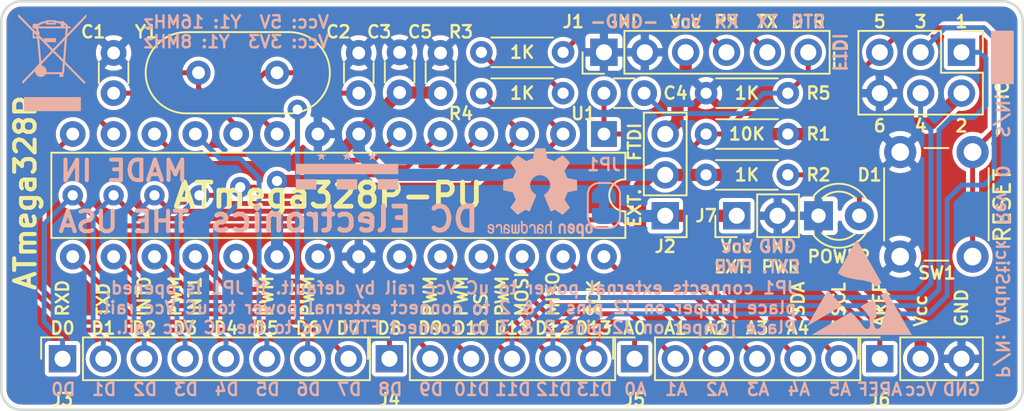
<source format=kicad_pcb>
(kicad_pcb (version 20171130) (host pcbnew 5.0.2-bee76a0~70~ubuntu16.04.1)
  (layers (0 F.Cu signal) (31 B.Cu jumper) (34 B.Paste user) (35 F.Paste user) (36 B.SilkS user) (37 F.SilkS user) (38 B.Mask user hide) (39 F.Mask user hide) (44 Edge.Cuts user))
  (net 0 "")
  (net 1 GND)
  (net 2 "Net-(C1-Pad2)")
  (net 3 "Net-(C2-Pad2)")
  (net 4 +5V)
  (net 5 /DTR)
  (net 6 /nRESET)
  (net 7 "Net-(D1-Pad2)")
  (net 8 /ARD_DIG12/SPI_MISO)
  (net 9 /ARD_DIG13/SPI_SCK)
  (net 10 /ARD_DIG11/SPI_MOSI)
  (net 11 /FTDI_+5V)
  (net 12 /SERIAL_RX)
  (net 13 /SERIAL_TX)
  (net 14 /POWER_IN_+5V)
  (net 15 /ARD_DIG0)
  (net 16 /ARD_DIG1)
  (net 17 /ARD_DIG2)
  (net 18 /ARD_DIG3)
  (net 19 /ARD_DIG4)
  (net 20 /ARD_DIG5)
  (net 21 /ARD_DIG6)
  (net 22 /ARD_DIG7)
  (net 23 /ARD_DIG10/SPI_SS)
  (net 24 /ARD_DIG8)
  (net 25 /ARD_DIG9)
  (net 26 /ARD_AN0)
  (net 27 /ARD_AN1)
  (net 28 /ARD_AN2)
  (net 29 /ARD_AN3)
  (net 30 /ARD_AN4/SDA)
  (net 31 /ARD_AN5/SCL)
  (net 32 /AREF)
  (module Capacitor_THT:C_Disc_D3.0mm_W1.6mm_P2.50mm (layer F.Cu) (at 125.73 105.45 270)
    (fp_text reference C1 (at -1.31 1.27) (layer F.SilkS) (effects (font (size 0.762 0.762) (thickness 0.1524))))
    (fp_text value 22pF)
    (pad 1 thru_hole circle (at 0 0 270) (size 1.6 1.6) (drill 0.8) (layers *.Cu *.Mask) (net 1 GND))
    (pad 2 thru_hole circle (at 2.5 0 270) (size 1.6 1.6) (drill 0.8) (layers *.Cu *.Mask) (net 2 "Net-(C1-Pad2)"))
  )
  (module Capacitor_THT:C_Disc_D3.0mm_W1.6mm_P2.50mm (layer F.Cu) (at 140.97 105.45 270)
    (fp_text reference C2 (at -1.31 1.27) (layer F.SilkS) (effects (font (size 0.762 0.762) (thickness 0.1524))))
    (fp_text value 22pF)
    (pad 2 thru_hole circle (at 2.5 0 270) (size 1.6 1.6) (drill 0.8) (layers *.Cu *.Mask) (net 3 "Net-(C2-Pad2)"))
    (pad 1 thru_hole circle (at 0 0 270) (size 1.6 1.6) (drill 0.8) (layers *.Cu *.Mask) (net 1 GND))
  )
  (module Capacitor_THT:C_Disc_D3.0mm_W1.6mm_P2.50mm (layer F.Cu) (at 143.51 107.91 90)
    (fp_text reference C3 (at 3.77 -1.27 180) (layer F.SilkS) (effects (font (size 0.762 0.762) (thickness 0.1524))))
    (fp_text value 100nF)
    (pad 1 thru_hole circle (at 0 0 90) (size 1.6 1.6) (drill 0.8) (layers *.Cu *.Mask) (net 4 +5V))
    (pad 2 thru_hole circle (at 2.5 0 90) (size 1.6 1.6) (drill 0.8) (layers *.Cu *.Mask) (net 1 GND))
  )
  (module Capacitor_THT:C_Disc_D3.0mm_W1.6mm_P2.50mm (layer F.Cu) (at 156.21 107.95)
    (fp_text reference C4 (at 4.445 0) (layer F.SilkS) (effects (font (size 0.762 0.762) (thickness 0.1524))))
    (fp_text value 100nF)
    (pad 2 thru_hole circle (at 2.5 0) (size 1.6 1.6) (drill 0.8) (layers *.Cu *.Mask) (net 5 /DTR))
    (pad 1 thru_hole circle (at 0 0) (size 1.6 1.6) (drill 0.8) (layers *.Cu *.Mask) (net 6 /nRESET))
  )
  (module Capacitor_THT:C_Disc_D3.0mm_W1.6mm_P2.50mm (layer F.Cu) (at 146.05 107.95 90)
    (fp_text reference C5 (at 3.81 -1.27 180) (layer F.SilkS) (effects (font (size 0.762 0.762) (thickness 0.1524))))
    (fp_text value 100nF)
    (pad 1 thru_hole circle (at 0 0 90) (size 1.6 1.6) (drill 0.8) (layers *.Cu *.Mask) (net 4 +5V))
    (pad 2 thru_hole circle (at 2.5 0 90) (size 1.6 1.6) (drill 0.8) (layers *.Cu *.Mask) (net 1 GND))
  )
  (module LED_THT:LED_D3.0mm (layer F.Cu) (at 169.545 115.57)
    (fp_text reference D1 (at 3.175 -2.54) (layer F.SilkS) (effects (font (size 0.762 0.762) (thickness 0.1524))))
    (fp_text value LED)
    (pad 2 thru_hole circle (at 2.54 0) (size 1.8 1.8) (drill 0.9) (layers *.Cu *.Mask) (net 7 "Net-(D1-Pad2)"))
    (pad 1 thru_hole rect (at 0 0) (size 1.8 1.8) (drill 0.9) (layers *.Cu *.Mask) (net 1 GND))
  )
  (module Connector_PinHeader_2.54mm:PinHeader_2x03_P2.54mm_Vertical (layer F.Cu) (at 178.435 105.41 270)
    (fp_text reference ICSP1 (at 1.27 -2.54 270) (layer F.SilkS) (effects (font (size 0.762 0.762) (thickness 0.1524))))
    (fp_text value Conn_02x03_Odd_Even)
    (pad 1 thru_hole rect (at 0 0 270) (size 1.7 1.7) (drill 1) (layers *.Cu *.Mask) (net 8 /ARD_DIG12/SPI_MISO))
    (pad 2 thru_hole oval (at 2.54 0 270) (size 1.7 1.7) (drill 1) (layers *.Cu *.Mask) (net 4 +5V))
    (pad 3 thru_hole oval (at 0 2.54 270) (size 1.7 1.7) (drill 1) (layers *.Cu *.Mask) (net 9 /ARD_DIG13/SPI_SCK))
    (pad 4 thru_hole oval (at 2.54 2.54 270) (size 1.7 1.7) (drill 1) (layers *.Cu *.Mask) (net 10 /ARD_DIG11/SPI_MOSI))
    (pad 5 thru_hole oval (at 0 5.08 270) (size 1.7 1.7) (drill 1) (layers *.Cu *.Mask) (net 6 /nRESET))
    (pad 6 thru_hole oval (at 2.54 5.08 270) (size 1.7 1.7) (drill 1) (layers *.Cu *.Mask) (net 1 GND))
  )
  (module Connector_PinHeader_2.54mm:PinHeader_1x06_P2.54mm_Vertical (layer F.Cu) (at 156.21 105.41 90)
    (fp_text reference J1 (at 1.905 -1.905 180) (layer F.SilkS) (effects (font (size 0.762 0.762) (thickness 0.1524))))
    (fp_text value Conn_01x06_Male)
    (pad 1 thru_hole rect (at 0 0 90) (size 1.7 1.7) (drill 1) (layers *.Cu *.Mask) (net 1 GND))
    (pad 2 thru_hole oval (at 0 2.54 90) (size 1.7 1.7) (drill 1) (layers *.Cu *.Mask) (net 1 GND))
    (pad 3 thru_hole oval (at 0 5.08 90) (size 1.7 1.7) (drill 1) (layers *.Cu *.Mask) (net 11 /FTDI_+5V))
    (pad 4 thru_hole oval (at 0 7.62 90) (size 1.7 1.7) (drill 1) (layers *.Cu *.Mask) (net 12 /SERIAL_RX))
    (pad 5 thru_hole oval (at 0 10.16 90) (size 1.7 1.7) (drill 1) (layers *.Cu *.Mask) (net 13 /SERIAL_TX))
    (pad 6 thru_hole oval (at 0 12.7 90) (size 1.7 1.7) (drill 1) (layers *.Cu *.Mask) (net 5 /DTR))
  )
  (module Connector_PinHeader_2.54mm:PinHeader_1x03_P2.54mm_Vertical (layer F.Cu) (at 160.02 115.57 180)
    (fp_text reference J2 (at 0 -1.905 180) (layer F.SilkS) (effects (font (size 0.762 0.762) (thickness 0.1524))))
    (fp_text value Conn_01x03_Male)
    (pad 1 thru_hole rect (at 0 0 180) (size 1.7 1.7) (drill 1) (layers *.Cu *.Mask) (net 14 /POWER_IN_+5V))
    (pad 2 thru_hole oval (at 0 2.54 180) (size 1.7 1.7) (drill 1) (layers *.Cu *.Mask) (net 4 +5V))
    (pad 3 thru_hole oval (at 0 5.08 180) (size 1.7 1.7) (drill 1) (layers *.Cu *.Mask) (net 11 /FTDI_+5V))
  )
  (module Connector_PinSocket_2.54mm:PinSocket_1x08_P2.54mm_Vertical (layer F.Cu) (at 122.555 124.46 90)
    (fp_text reference J3 (at -2.54 0 180) (layer F.SilkS) (effects (font (size 0.762 0.762) (thickness 0.1524))))
    (fp_text value Conn_01x08_Female)
    (pad 1 thru_hole rect (at 0 0 90) (size 1.7 1.7) (drill 1) (layers *.Cu *.Mask) (net 15 /ARD_DIG0))
    (pad 2 thru_hole oval (at 0 2.54 90) (size 1.7 1.7) (drill 1) (layers *.Cu *.Mask) (net 16 /ARD_DIG1))
    (pad 3 thru_hole oval (at 0 5.08 90) (size 1.7 1.7) (drill 1) (layers *.Cu *.Mask) (net 17 /ARD_DIG2))
    (pad 4 thru_hole oval (at 0 7.62 90) (size 1.7 1.7) (drill 1) (layers *.Cu *.Mask) (net 18 /ARD_DIG3))
    (pad 5 thru_hole oval (at 0 10.16 90) (size 1.7 1.7) (drill 1) (layers *.Cu *.Mask) (net 19 /ARD_DIG4))
    (pad 6 thru_hole oval (at 0 12.7 90) (size 1.7 1.7) (drill 1) (layers *.Cu *.Mask) (net 20 /ARD_DIG5))
    (pad 7 thru_hole oval (at 0 15.24 90) (size 1.7 1.7) (drill 1) (layers *.Cu *.Mask) (net 21 /ARD_DIG6))
    (pad 8 thru_hole oval (at 0 17.78 90) (size 1.7 1.7) (drill 1) (layers *.Cu *.Mask) (net 22 /ARD_DIG7))
  )
  (module Connector_PinSocket_2.54mm:PinSocket_1x06_P2.54mm_Vertical (layer F.Cu) (at 142.875 124.46 90)
    (fp_text reference J4 (at -2.54 0 180) (layer F.SilkS) (effects (font (size 0.762 0.762) (thickness 0.1524))))
    (fp_text value Conn_01x06_Female)
    (pad 6 thru_hole oval (at 0 12.7 90) (size 1.7 1.7) (drill 1) (layers *.Cu *.Mask) (net 9 /ARD_DIG13/SPI_SCK))
    (pad 5 thru_hole oval (at 0 10.16 90) (size 1.7 1.7) (drill 1) (layers *.Cu *.Mask) (net 8 /ARD_DIG12/SPI_MISO))
    (pad 4 thru_hole oval (at 0 7.62 90) (size 1.7 1.7) (drill 1) (layers *.Cu *.Mask) (net 10 /ARD_DIG11/SPI_MOSI))
    (pad 3 thru_hole oval (at 0 5.08 90) (size 1.7 1.7) (drill 1) (layers *.Cu *.Mask) (net 23 /ARD_DIG10/SPI_SS))
    (pad 2 thru_hole oval (at 0 2.54 90) (size 1.7 1.7) (drill 1) (layers *.Cu *.Mask) (net 24 /ARD_DIG8))
    (pad 1 thru_hole rect (at 0 0 90) (size 1.7 1.7) (drill 1) (layers *.Cu *.Mask) (net 25 /ARD_DIG9))
  )
  (module Connector_PinSocket_2.54mm:PinSocket_1x06_P2.54mm_Vertical (layer F.Cu) (at 158.115 124.46 90)
    (fp_text reference J5 (at -2.54 0 180) (layer F.SilkS) (effects (font (size 0.762 0.762) (thickness 0.1524))))
    (fp_text value Conn_01x06_Female)
    (pad 1 thru_hole rect (at 0 0 90) (size 1.7 1.7) (drill 1) (layers *.Cu *.Mask) (net 26 /ARD_AN0))
    (pad 2 thru_hole oval (at 0 2.54 90) (size 1.7 1.7) (drill 1) (layers *.Cu *.Mask) (net 27 /ARD_AN1))
    (pad 3 thru_hole oval (at 0 5.08 90) (size 1.7 1.7) (drill 1) (layers *.Cu *.Mask) (net 28 /ARD_AN2))
    (pad 4 thru_hole oval (at 0 7.62 90) (size 1.7 1.7) (drill 1) (layers *.Cu *.Mask) (net 29 /ARD_AN3))
    (pad 5 thru_hole oval (at 0 10.16 90) (size 1.7 1.7) (drill 1) (layers *.Cu *.Mask) (net 30 /ARD_AN4/SDA))
    (pad 6 thru_hole oval (at 0 12.7 90) (size 1.7 1.7) (drill 1) (layers *.Cu *.Mask) (net 31 /ARD_AN5/SCL))
  )
  (module Connector_PinSocket_2.54mm:PinSocket_1x03_P2.54mm_Vertical (layer F.Cu) (at 173.355 124.46 90)
    (fp_text reference J6 (at -2.54 0 180) (layer F.SilkS) (effects (font (size 0.762 0.762) (thickness 0.1524))))
    (fp_text value Conn_01x03_Female)
    (pad 1 thru_hole rect (at 0 0 90) (size 1.7 1.7) (drill 1) (layers *.Cu *.Mask) (net 32 /AREF))
    (pad 2 thru_hole oval (at 0 2.54 90) (size 1.7 1.7) (drill 1) (layers *.Cu *.Mask) (net 4 +5V))
    (pad 3 thru_hole oval (at 0 5.08 90) (size 1.7 1.7) (drill 1) (layers *.Cu *.Mask) (net 1 GND))
  )
  (module Resistor_THT:R_Axial_DIN0204_L3.6mm_D1.6mm_P5.08mm_Horizontal (layer F.Cu) (at 162.56 110.49)
    (fp_text reference R1 (at 6.985 0) (layer F.SilkS) (effects (font (size 0.762 0.762) (thickness 0.1524))))
    (fp_text value 10K)
    (pad 1 thru_hole circle (at 0 0) (size 1.4 1.4) (drill 0.7) (layers *.Cu *.Mask) (net 6 /nRESET))
    (pad 2 thru_hole oval (at 5.08 0) (size 1.4 1.4) (drill 0.7) (layers *.Cu *.Mask) (net 4 +5V))
  )
  (module Resistor_THT:R_Axial_DIN0204_L3.6mm_D1.6mm_P5.08mm_Horizontal (layer F.Cu) (at 167.64 113.03 180)
    (fp_text reference R2 (at -1.905 0 180) (layer F.SilkS) (effects (font (size 0.762 0.762) (thickness 0.1524))))
    (fp_text value 1K)
    (pad 2 thru_hole oval (at 5.08 0 180) (size 1.4 1.4) (drill 0.7) (layers *.Cu *.Mask) (net 4 +5V))
    (pad 1 thru_hole circle (at 0 0 180) (size 1.4 1.4) (drill 0.7) (layers *.Cu *.Mask) (net 7 "Net-(D1-Pad2)"))
  )
  (module Resistor_THT:R_Axial_DIN0204_L3.6mm_D1.6mm_P5.08mm_Horizontal (layer F.Cu) (at 153.67 105.41 180)
    (fp_text reference R3 (at 6.35 1.27 180) (layer F.SilkS) (effects (font (size 0.762 0.762) (thickness 0.1524))))
    (fp_text value 1K)
    (pad 2 thru_hole oval (at 5.08 0 180) (size 1.4 1.4) (drill 0.7) (layers *.Cu *.Mask) (net 15 /ARD_DIG0))
    (pad 1 thru_hole circle (at 0 0 180) (size 1.4 1.4) (drill 0.7) (layers *.Cu *.Mask) (net 12 /SERIAL_RX))
  )
  (module Resistor_THT:R_Axial_DIN0204_L3.6mm_D1.6mm_P5.08mm_Horizontal (layer F.Cu) (at 153.67 107.95 180)
    (fp_text reference R4 (at 6.35 -1.27 180) (layer F.SilkS) (effects (font (size 0.762 0.762) (thickness 0.1524))))
    (fp_text value 1K)
    (pad 1 thru_hole circle (at 0 0 180) (size 1.4 1.4) (drill 0.7) (layers *.Cu *.Mask) (net 13 /SERIAL_TX))
    (pad 2 thru_hole oval (at 5.08 0 180) (size 1.4 1.4) (drill 0.7) (layers *.Cu *.Mask) (net 16 /ARD_DIG1))
  )
  (module Resistor_THT:R_Axial_DIN0204_L3.6mm_D1.6mm_P5.08mm_Horizontal (layer F.Cu) (at 162.56 107.95)
    (fp_text reference R5 (at 6.985 0) (layer F.SilkS) (effects (font (size 0.762 0.762) (thickness 0.1524))))
    (fp_text value 1K)
    (pad 1 thru_hole circle (at 0 0) (size 1.4 1.4) (drill 0.7) (layers *.Cu *.Mask) (net 1 GND))
    (pad 2 thru_hole oval (at 5.08 0) (size 1.4 1.4) (drill 0.7) (layers *.Cu *.Mask) (net 5 /DTR))
  )
  (module Button_Switch_THT:SW_PUSH_6mm (layer F.Cu) (at 174.625 118.11 90)
    (fp_text reference SW1 (at -1.016 2.286) (layer F.SilkS) (effects (font (size 0.762 0.762) (thickness 0.1524))))
    (fp_text value RESET_SWITCH)
    (pad 2 thru_hole circle (at 0 4.5 180) (size 2 2) (drill 1.1) (layers *.Cu *.Mask) (net 6 /nRESET))
    (pad 1 thru_hole circle (at 0 0 180) (size 2 2) (drill 1.1) (layers *.Cu *.Mask) (net 1 GND))
    (pad 2 thru_hole circle (at 6.5 4.5 180) (size 2 2) (drill 1.1) (layers *.Cu *.Mask) (net 6 /nRESET))
    (pad 1 thru_hole circle (at 6.5 0 180) (size 2 2) (drill 1.1) (layers *.Cu *.Mask) (net 1 GND))
  )
  (module Package_DIP:DIP-28_W7.62mm (layer F.Cu) (at 156.21 110.49 270)
    (fp_text reference U1 (at -1.27 1.27) (layer F.SilkS) (effects (font (size 0.762 0.762) (thickness 0.1524))))
    (fp_text value ATmega328P-PU)
    (pad 1 thru_hole rect (at 0 0 270) (size 1.6 1.6) (drill 0.8) (layers *.Cu *.Mask) (net 6 /nRESET))
    (pad 15 thru_hole oval (at 7.62 33.02 270) (size 1.6 1.6) (drill 0.8) (layers *.Cu *.Mask) (net 24 /ARD_DIG8))
    (pad 2 thru_hole oval (at 0 2.54 270) (size 1.6 1.6) (drill 0.8) (layers *.Cu *.Mask) (net 15 /ARD_DIG0))
    (pad 16 thru_hole oval (at 7.62 30.48 270) (size 1.6 1.6) (drill 0.8) (layers *.Cu *.Mask) (net 23 /ARD_DIG10/SPI_SS))
    (pad 3 thru_hole oval (at 0 5.08 270) (size 1.6 1.6) (drill 0.8) (layers *.Cu *.Mask) (net 16 /ARD_DIG1))
    (pad 17 thru_hole oval (at 7.62 27.94 270) (size 1.6 1.6) (drill 0.8) (layers *.Cu *.Mask) (net 10 /ARD_DIG11/SPI_MOSI))
    (pad 4 thru_hole oval (at 0 7.62 270) (size 1.6 1.6) (drill 0.8) (layers *.Cu *.Mask) (net 17 /ARD_DIG2))
    (pad 18 thru_hole oval (at 7.62 25.4 270) (size 1.6 1.6) (drill 0.8) (layers *.Cu *.Mask) (net 8 /ARD_DIG12/SPI_MISO))
    (pad 5 thru_hole oval (at 0 10.16 270) (size 1.6 1.6) (drill 0.8) (layers *.Cu *.Mask) (net 18 /ARD_DIG3))
    (pad 19 thru_hole oval (at 7.62 22.86 270) (size 1.6 1.6) (drill 0.8) (layers *.Cu *.Mask) (net 9 /ARD_DIG13/SPI_SCK))
    (pad 6 thru_hole oval (at 0 12.7 270) (size 1.6 1.6) (drill 0.8) (layers *.Cu *.Mask) (net 19 /ARD_DIG4))
    (pad 20 thru_hole oval (at 7.62 20.32 270) (size 1.6 1.6) (drill 0.8) (layers *.Cu *.Mask) (net 4 +5V))
    (pad 7 thru_hole oval (at 0 15.24 270) (size 1.6 1.6) (drill 0.8) (layers *.Cu *.Mask) (net 4 +5V))
    (pad 21 thru_hole oval (at 7.62 17.78 270) (size 1.6 1.6) (drill 0.8) (layers *.Cu *.Mask) (net 32 /AREF))
    (pad 8 thru_hole oval (at 0 17.78 270) (size 1.6 1.6) (drill 0.8) (layers *.Cu *.Mask) (net 1 GND))
    (pad 22 thru_hole oval (at 7.62 15.24 270) (size 1.6 1.6) (drill 0.8) (layers *.Cu *.Mask) (net 1 GND))
    (pad 9 thru_hole oval (at 0 20.32 270) (size 1.6 1.6) (drill 0.8) (layers *.Cu *.Mask) (net 3 "Net-(C2-Pad2)"))
    (pad 23 thru_hole oval (at 7.62 12.7 270) (size 1.6 1.6) (drill 0.8) (layers *.Cu *.Mask) (net 26 /ARD_AN0))
    (pad 10 thru_hole oval (at 0 22.86 270) (size 1.6 1.6) (drill 0.8) (layers *.Cu *.Mask) (net 2 "Net-(C1-Pad2)"))
    (pad 24 thru_hole oval (at 7.62 10.16 270) (size 1.6 1.6) (drill 0.8) (layers *.Cu *.Mask) (net 27 /ARD_AN1))
    (pad 11 thru_hole oval (at 0 25.4 270) (size 1.6 1.6) (drill 0.8) (layers *.Cu *.Mask) (net 20 /ARD_DIG5))
    (pad 25 thru_hole oval (at 7.62 7.62 270) (size 1.6 1.6) (drill 0.8) (layers *.Cu *.Mask) (net 28 /ARD_AN2))
    (pad 12 thru_hole oval (at 0 27.94 270) (size 1.6 1.6) (drill 0.8) (layers *.Cu *.Mask) (net 21 /ARD_DIG6))
    (pad 26 thru_hole oval (at 7.62 5.08 270) (size 1.6 1.6) (drill 0.8) (layers *.Cu *.Mask) (net 29 /ARD_AN3))
    (pad 13 thru_hole oval (at 0 30.48 270) (size 1.6 1.6) (drill 0.8) (layers *.Cu *.Mask) (net 22 /ARD_DIG7))
    (pad 27 thru_hole oval (at 7.62 2.54 270) (size 1.6 1.6) (drill 0.8) (layers *.Cu *.Mask) (net 30 /ARD_AN4/SDA))
    (pad 14 thru_hole oval (at 0 33.02 270) (size 1.6 1.6) (drill 0.8) (layers *.Cu *.Mask) (net 25 /ARD_DIG9))
    (pad 28 thru_hole oval (at 7.62 0 270) (size 1.6 1.6) (drill 0.8) (layers *.Cu *.Mask) (net 31 /ARD_AN5/SCL))
  )
  (module Connector_PinHeader_2.54mm:PinHeader_1x02_P2.54mm_Vertical (layer F.Cu) (at 164.465 115.57 90)
    (fp_text reference J7 (at 0 -1.905 180) (layer F.SilkS) (effects (font (size 0.762 0.762) (thickness 0.1524))))
    (fp_text value Conn_01x02_Male)
    (pad 1 thru_hole rect (at 0 0 90) (size 1.7 1.7) (drill 1) (layers *.Cu *.Mask) (net 14 /POWER_IN_+5V))
    (pad 2 thru_hole oval (at 0 2.54 90) (size 1.7 1.7) (drill 1) (layers *.Cu *.Mask) (net 1 GND))
  )
  (module Symbol:WEEE-Logo_4.2x6mm_SilkScreen (layer B.Cu) (at 121.92 106.045 180)
    (fp_text reference REF** hide)
    (fp_text value WEEE-Logo_4.2x6mm_SilkScreen hide)
  )
  (module Crystal:Crystal_HC49-4H_Vertical (layer F.Cu) (at 135.89 106.68 180)
    (fp_text reference Y1 (at 8.128 2.54 180) (layer F.SilkS) (effects (font (size 0.762 0.762) (thickness 0.1524))))
    (fp_text value Crystal)
    (pad 1 thru_hole circle (at 0 0 180) (size 1.5 1.5) (drill 0.8) (layers *.Cu *.Mask) (net 3 "Net-(C2-Pad2)"))
    (pad 2 thru_hole circle (at 4.88 0 180) (size 1.5 1.5) (drill 0.8) (layers *.Cu *.Mask) (net 2 "Net-(C1-Pad2)"))
  )
  (module Jumper:SolderJumper-2_P1.3mm_Bridged_RoundedPad1.0x1.5mm (layer B.Cu) (at 156.21 114.935 90)
    (fp_text reference JP1 (at 2.54 0 180) (layer B.SilkS) (effects (font (size 0.762 0.762) (thickness 0.1524)) (justify mirror)))
    (fp_text value SolderJumper_2_Bridged)
    (pad 1 smd custom (at -0.65 0 90) (size 1 0.5) (layers B.Cu B.Mask) (net 14 /POWER_IN_+5V) (options (clearance outline) (anchor rect)) (primitives (gr_circle (center 0 -0.25) (end 0.5 -0.25) (width 0)) (gr_circle (center 0 0.25) (end 0.5 0.25) (width 0)) (gr_poly (pts (xy 0 0.75) (xy 0.5 0.75) (xy 0.5 -0.75) (xy 0 -0.75)) (width 0)) (gr_poly (pts (xy 0.9 0.3) (xy 0.4 0.3) (xy 0.4 -0.3) (xy 0.9 -0.3)) (width 0))))
    (pad 2 smd custom (at 0.65 0 90) (size 1 0.5) (layers B.Cu B.Mask) (net 4 +5V) (options (clearance outline) (anchor rect)) (primitives (gr_circle (center 0 -0.25) (end 0.5 -0.25) (width 0)) (gr_circle (center 0 0.25) (end 0.5 0.25) (width 0)) (gr_poly (pts (xy 0 0.75) (xy -0.5 0.75) (xy -0.5 -0.75) (xy 0 -0.75)) (width 0))))
  )
  (module Symbol:ESD-Logo_6.6x6mm_SilkScreen (layer B.Cu) (at 172.085 120.015 180)
    (fp_text reference REF** hide)
    (fp_text value ESD-Logo_6.6x6mm_SilkScreen hide)
  )
  (module Symbol:OSHW-Logo2_7.3x6mm_SilkScreen (layer B.Cu) (at 152.245 114.135 180)
    (fp_text reference REF** hide)
    (fp_text value OSHW-Logo2_7.3x6mm_SilkScreen hide)
  )
  (module User_PCB_Libraries:DCelectronics_logo3 (layer B.Cu) (at 140.245 113.135 180)
    (fp_text reference G*** hide)
    (fp_text value LOGO hide)
  )
  (gr_arc (start 180.975 126.365) (end 180.975 127.635) (angle -90) (layer Edge.Cuts) (width 0.1524))
  (gr_arc (start 180.975 103.505) (end 182.245 103.505) (angle -90) (layer Edge.Cuts) (width 0.1524))
  (gr_arc (start 120.015 103.505) (end 120.015 102.235) (angle -90) (layer Edge.Cuts) (width 0.1524))
  (gr_arc (start 120.015 126.365) (end 118.745 126.365) (angle -90) (layer Edge.Cuts) (width 0.1524))
  (gr_poly (pts (xy 180.34 107.315) (xy 181.61 107.315) (xy 181.61 104.14) (xy 180.34 104.14)) (layer B.SilkS) (width 0.15))
  (gr_text "P/N: ArduStick, Rev. 0   S/N:" (at 180.975 116.84 270) (layer B.SilkS) (effects (font (size 0.762 0.762) (thickness 0.1524)) (justify mirror)))
  (gr_text "Vcc: 5V  Y1: 16MHz\nVcc: 3V3  Y1: 8MHz" (at 133.35 104.14) (layer B.SilkS) (effects (font (size 0.762 0.762) (thickness 0.1524)) (justify mirror)))
  (gr_text "DC Electronics" (at 140.072314 115.788335) (layer B.SilkS) (effects (font (size 1.5 1.5) (thickness 0.3)) (justify mirror)))
  (gr_text 3 (at 175.895 103.505) (layer F.SilkS) (effects (font (size 0.762 0.762) (thickness 0.1524))))
  (gr_text 4 (at 175.895 109.982) (layer F.SilkS) (effects (font (size 0.762 0.762) (thickness 0.1524))))
  (gr_text FTDI (at 170.815 105.41 270) (layer B.SilkS) (effects (font (size 0.762 0.762) (thickness 0.1524)) (justify mirror)))
  (gr_text "EXT. PWR" (at 165.735 118.745) (layer B.SilkS) (effects (font (size 0.762 0.762) (thickness 0.1524)) (justify mirror)))
  (gr_text Vcc (at 164.465 117.475) (layer B.SilkS) (effects (font (size 0.762 0.762) (thickness 0.1524)) (justify mirror)))
  (gr_text GND (at 167.005 117.475) (layer B.SilkS) (effects (font (size 0.762 0.762) (thickness 0.1524)) (justify mirror)))
  (gr_text D2 (at 127.685789 126.365) (layer B.SilkS) (effects (font (size 0.762 0.762) (thickness 0.1524)) (justify mirror)))
  (gr_text D3 (at 130.225789 126.365) (layer B.SilkS) (effects (font (size 0.762 0.762) (thickness 0.1524)) (justify mirror)))
  (gr_text D4 (at 132.765789 126.365) (layer B.SilkS) (effects (font (size 0.762 0.762) (thickness 0.1524)) (justify mirror)))
  (gr_text D5 (at 135.305789 126.365) (layer B.SilkS) (effects (font (size 0.762 0.762) (thickness 0.1524)) (justify mirror)))
  (gr_text D6 (at 137.845789 126.365) (layer B.SilkS) (effects (font (size 0.762 0.762) (thickness 0.1524)) (justify mirror)))
  (gr_text D7 (at 140.385789 126.365) (layer B.SilkS) (effects (font (size 0.762 0.762) (thickness 0.1524)) (justify mirror)))
  (gr_text D8 (at 142.925789 126.365) (layer B.SilkS) (effects (font (size 0.762 0.762) (thickness 0.1524)) (justify mirror)))
  (gr_text D9 (at 145.465789 126.365) (layer B.SilkS) (effects (font (size 0.762 0.762) (thickness 0.1524)) (justify mirror)))
  (gr_text D10 (at 148.005789 126.365) (layer B.SilkS) (effects (font (size 0.762 0.762) (thickness 0.1524)) (justify mirror)))
  (gr_text D11 (at 150.545789 126.365) (layer B.SilkS) (effects (font (size 0.762 0.762) (thickness 0.1524)) (justify mirror)))
  (gr_text D12 (at 153.085789 126.365) (layer B.SilkS) (effects (font (size 0.762 0.762) (thickness 0.1524)) (justify mirror)))
  (gr_text D13 (at 155.625789 126.365) (layer B.SilkS) (effects (font (size 0.762 0.762) (thickness 0.1524)) (justify mirror)))
  (gr_text A0 (at 158.165789 126.365) (layer B.SilkS) (effects (font (size 0.762 0.762) (thickness 0.1524)) (justify mirror)))
  (gr_text A1 (at 160.705789 126.365) (layer B.SilkS) (effects (font (size 0.762 0.762) (thickness 0.1524)) (justify mirror)))
  (gr_text A2 (at 163.245789 126.365) (layer B.SilkS) (effects (font (size 0.762 0.762) (thickness 0.1524)) (justify mirror)))
  (gr_text A3 (at 165.785789 126.365) (layer B.SilkS) (effects (font (size 0.762 0.762) (thickness 0.1524)) (justify mirror)))
  (gr_text A4 (at 168.325789 126.365) (layer B.SilkS) (effects (font (size 0.762 0.762) (thickness 0.1524)) (justify mirror)))
  (gr_text A5 (at 170.865789 126.365) (layer B.SilkS) (effects (font (size 0.762 0.762) (thickness 0.1524)) (justify mirror)))
  (gr_text AREF (at 173.355 126.365) (layer B.SilkS) (effects (font (size 0.762 0.762) (thickness 0.1524)) (justify mirror)))
  (gr_text Vcc (at 175.895 126.365) (layer B.SilkS) (effects (font (size 0.762 0.762) (thickness 0.1524)) (justify mirror)))
  (gr_text GND (at 178.435 126.365) (layer B.SilkS) (effects (font (size 0.762 0.762) (thickness 0.1524)) (justify mirror)))
  (gr_text D0 (at 122.605789 126.365) (layer B.SilkS) (effects (font (size 0.762 0.762) (thickness 0.1524)) (justify mirror)))
  (gr_text D1 (at 125.145789 126.365) (layer B.SilkS) (effects (font (size 0.762 0.762) (thickness 0.1524)) (justify mirror)))
  (gr_text Vcc (at 161.29 103.505) (layer B.SilkS) (effects (font (size 0.762 0.762) (thickness 0.1524)) (justify mirror)))
  (gr_text RX (at 163.83 103.505) (layer B.SilkS) (effects (font (size 0.762 0.762) (thickness 0.1524)) (justify mirror)))
  (gr_text TX (at 166.37 103.505) (layer B.SilkS) (effects (font (size 0.762 0.762) (thickness 0.1524)) (justify mirror)))
  (gr_text DTR (at 168.91 103.505) (layer B.SilkS) (effects (font (size 0.762 0.762) (thickness 0.1524)) (justify mirror)))
  (gr_text -GND- (at 157.48 103.505) (layer B.SilkS) (effects (font (size 0.762 0.762) (thickness 0.1524)) (justify mirror)))
  (gr_text 5 (at 173.355 103.505) (layer F.SilkS) (effects (font (size 0.762 0.762) (thickness 0.1524))))
  (gr_text 2 (at 178.435 109.982) (layer F.SilkS) (effects (font (size 0.762 0.762) (thickness 0.1524))))
  (gr_text 6 (at 173.355 109.982) (layer F.SilkS) (effects (font (size 0.762 0.762) (thickness 0.1524))))
  (gr_text 1 (at 178.435 103.505) (layer F.SilkS) (effects (font (size 0.762 0.762) (thickness 0.1524))))
  (gr_text 10K (at 165.1 110.49) (layer F.SilkS) (effects (font (size 0.762 0.762) (thickness 0.1524))))
  (gr_text 1K (at 165.1 113.03) (layer F.SilkS) (effects (font (size 0.762 0.762) (thickness 0.1524))))
  (gr_text 1K (at 165.1 107.95) (layer F.SilkS) (effects (font (size 0.762 0.762) (thickness 0.1524))))
  (gr_text 1K (at 151.13 107.95) (layer F.SilkS) (effects (font (size 0.762 0.762) (thickness 0.1524))))
  (gr_text 1K (at 151.13 105.41) (layer F.SilkS) (effects (font (size 0.762 0.762) (thickness 0.1524))))
  (gr_text "THE USA" (at 126.365 115.951) (layer B.SilkS) (effects (font (size 1.27 1.27) (thickness 0.254)) (justify mirror)))
  (gr_text "MADE IN" (at 126.365 112.776) (layer B.SilkS) (effects (font (size 1.27 1.27) (thickness 0.254)) (justify mirror)))
  (gr_text "JP1 connects external power to uC Vcc rail by default. If JP1 is opened,\nplace jumper on J2 pins 1 & 2 to connect external power to uC Vcc rail.\nPlace jumper on J2 pins 2 & 3 to connect FTDI Vcc to the uC Vcc rail." (at 168.275 121.285) (layer B.SilkS) (effects (font (size 0.762 0.762) (thickness 0.1524)) (justify left mirror)))
  (gr_text ATmega328P (at 120.245 114.135 90) (layer F.SilkS) (effects (font (size 1.27 1.27) (thickness 0.254))))
  (gr_text FTDI (at 170.942 105.41 90) (layer F.SilkS) (effects (font (size 0.762 0.762) (thickness 0.1524))))
  (gr_text ATmega328P-PU (at 139.065 114.3) (layer F.SilkS) (effects (font (size 1.5 1.5) (thickness 0.3))))
  (gr_text GND (at 167.005 117.475) (layer F.SilkS) (effects (font (size 0.762 0.762) (thickness 0.1524))))
  (gr_text Vcc (at 164.465 117.475) (layer F.SilkS) (effects (font (size 0.762 0.762) (thickness 0.1524))))
  (gr_text "EXT. PWR" (at 165.735 118.745) (layer F.SilkS) (effects (font (size 0.762 0.762) (thickness 0.1524))))
  (gr_text "EXT.   FTDI" (at 158.115 113.03 90) (layer F.SilkS) (effects (font (size 0.762 0.762) (thickness 0.1524))))
  (gr_text POWER (at 170.815 118.11) (layer F.SilkS) (effects (font (size 0.762 0.762) (thickness 0.1524))))
  (gr_text INT0 (at 127.635 121.92 90) (layer F.SilkS) (effects (font (size 0.762 0.762) (thickness 0.1524)) (justify left)))
  (gr_text SCK (at 155.575 121.92 90) (layer F.SilkS) (effects (font (size 0.762 0.762) (thickness 0.1524)) (justify left)))
  (gr_text MISO (at 153.035 121.92 90) (layer F.SilkS) (effects (font (size 0.762 0.762) (thickness 0.1524)) (justify left)))
  (gr_text -GND- (at 157.48 103.505) (layer F.SilkS) (effects (font (size 0.762 0.762) (thickness 0.1524))))
  (gr_text DTR (at 168.91 103.505) (layer F.SilkS) (effects (font (size 0.762 0.762) (thickness 0.1524))))
  (gr_text TX (at 166.37 103.505) (layer F.SilkS) (effects (font (size 0.762 0.762) (thickness 0.1524))))
  (gr_text RX (at 163.83 103.505) (layer F.SilkS) (effects (font (size 0.762 0.762) (thickness 0.1524))))
  (gr_text Vcc (at 161.29 103.505) (layer F.SilkS) (effects (font (size 0.762 0.762) (thickness 0.1524))))
  (gr_text RESET (at 180.975 114.935 90) (layer F.SilkS) (effects (font (size 1.016 1.016) (thickness 0.1524))))
  (gr_text SCL (at 170.815 121.92 90) (layer F.SilkS) (effects (font (size 0.762 0.762) (thickness 0.1524)) (justify left)))
  (gr_text SDA (at 168.275 121.92 90) (layer F.SilkS) (effects (font (size 0.762 0.762) (thickness 0.1524)) (justify left)))
  (gr_text "PWM\nMOSI" (at 150.495 121.92 90) (layer F.SilkS) (effects (font (size 0.762 0.762) (thickness 0.1524)) (justify left)))
  (gr_text "PWM\nSS" (at 147.955 121.92 90) (layer F.SilkS) (effects (font (size 0.762 0.762) (thickness 0.1524)) (justify left)))
  (gr_text PWM (at 145.415 121.92 90) (layer F.SilkS) (effects (font (size 0.762 0.762) (thickness 0.1524)) (justify left)))
  (gr_text PWM (at 137.795 121.92 90) (layer F.SilkS) (effects (font (size 0.762 0.762) (thickness 0.1524)) (justify left)))
  (gr_text PWM (at 135.255 121.92 90) (layer F.SilkS) (effects (font (size 0.762 0.762) (thickness 0.1524)) (justify left)))
  (gr_text "PWM\nINT1" (at 130.175 121.92 90) (layer F.SilkS) (effects (font (size 0.762 0.762) (thickness 0.1524)) (justify left)))
  (gr_text GND (at 178.435 122.555 90) (layer F.SilkS) (effects (font (size 0.762 0.762) (thickness 0.1524)) (justify left)))
  (gr_text Vcc (at 175.895 122.555 90) (layer F.SilkS) (effects (font (size 0.762 0.762) (thickness 0.1524)) (justify left)))
  (gr_text AREF (at 173.355 122.555 90) (layer F.SilkS) (effects (font (size 0.762 0.762) (thickness 0.1524)) (justify left)))
  (gr_text A5 (at 170.815 122.555) (layer F.SilkS) (effects (font (size 0.762 0.762) (thickness 0.1524))))
  (gr_text A4 (at 168.275 122.555) (layer F.SilkS) (effects (font (size 0.762 0.762) (thickness 0.1524))))
  (gr_text A3 (at 165.735 122.555) (layer F.SilkS) (effects (font (size 0.762 0.762) (thickness 0.1524))))
  (gr_text A2 (at 163.195 122.555) (layer F.SilkS) (effects (font (size 0.762 0.762) (thickness 0.1524))))
  (gr_text A1 (at 160.655 122.555) (layer F.SilkS) (effects (font (size 0.762 0.762) (thickness 0.1524))))
  (gr_text A0 (at 158.115 122.555) (layer F.SilkS) (effects (font (size 0.762 0.762) (thickness 0.1524))))
  (gr_text D13 (at 155.575 122.555) (layer F.SilkS) (effects (font (size 0.762 0.762) (thickness 0.1524))))
  (gr_text D12 (at 153.035 122.555) (layer F.SilkS) (effects (font (size 0.762 0.762) (thickness 0.1524))))
  (gr_text D11 (at 150.495 122.555) (layer F.SilkS) (effects (font (size 0.762 0.762) (thickness 0.1524))))
  (gr_text D10 (at 147.955 122.555) (layer F.SilkS) (effects (font (size 0.762 0.762) (thickness 0.1524))))
  (gr_text D9 (at 145.415 122.555) (layer F.SilkS) (effects (font (size 0.762 0.762) (thickness 0.1524))))
  (gr_text D8 (at 142.875 122.555) (layer F.SilkS) (effects (font (size 0.762 0.762) (thickness 0.1524))))
  (gr_text D7 (at 140.335 122.555) (layer F.SilkS) (effects (font (size 0.762 0.762) (thickness 0.1524))))
  (gr_text D6 (at 137.795 122.555) (layer F.SilkS) (effects (font (size 0.762 0.762) (thickness 0.1524))))
  (gr_text D5 (at 135.255 122.555) (layer F.SilkS) (effects (font (size 0.762 0.762) (thickness 0.1524))))
  (gr_text D4 (at 132.715 122.555) (layer F.SilkS) (effects (font (size 0.762 0.762) (thickness 0.1524))))
  (gr_text D3 (at 130.175 122.555) (layer F.SilkS) (effects (font (size 0.762 0.762) (thickness 0.1524))))
  (gr_text D2 (at 127.635 122.555) (layer F.SilkS) (effects (font (size 0.762 0.762) (thickness 0.1524))))
  (gr_text D1 (at 125.095 122.555) (layer F.SilkS) (effects (font (size 0.762 0.762) (thickness 0.1524))))
  (gr_text TXD (at 125.095 121.92 90) (layer F.SilkS) (effects (font (size 0.762 0.762) (thickness 0.1524)) (justify left)))
  (gr_text RXD (at 122.555 121.92 90) (layer F.SilkS) (effects (font (size 0.762 0.762) (thickness 0.1524)) (justify left)))
  (gr_text D0 (at 122.555 122.555) (layer F.SilkS) (effects (font (size 0.762 0.762) (thickness 0.1524))))
  (gr_line (start 118.745 103.505) (end 118.745 126.365) (layer Edge.Cuts) (width 0.15))
  (gr_line (start 180.975 102.235) (end 120.015 102.235) (layer Edge.Cuts) (width 0.15))
  (gr_line (start 182.245 126.365) (end 182.245 103.505) (layer Edge.Cuts) (width 0.15))
  (gr_line (start 120.015 127.635) (end 180.975 127.635) (layer Edge.Cuts) (width 0.15))
  (segment (start 133.35 109.982) (end 133.35 110.49) (width 0.3048) (layer F.Cu) (net 2))
  (segment (start 131.01 107.642) (end 133.35 109.982) (width 0.3048) (layer F.Cu) (net 2))
  (segment (start 131.01 106.68) (end 131.01 107.642) (width 0.3048) (layer F.Cu) (net 2))
  (segment (start 127.254 107.95) (end 125.73 107.95) (width 0.3048) (layer F.Cu) (net 2))
  (segment (start 128.524 106.68) (end 127.254 107.95) (width 0.3048) (layer F.Cu) (net 2))
  (segment (start 131.01 106.68) (end 128.524 106.68) (width 0.3048) (layer F.Cu) (net 2))
  (segment (start 135.89 110.49) (end 134.366 108.966) (width 0.3048) (layer F.Cu) (net 3))
  (segment (start 134.366 108.966) (end 134.366 107.442) (width 0.3048) (layer F.Cu) (net 3))
  (segment (start 134.366 107.442) (end 135.128 106.68) (width 0.3048) (layer F.Cu) (net 3))
  (segment (start 135.128 106.68) (end 135.89 106.68) (width 0.3048) (layer F.Cu) (net 3))
  (segment (start 135.89 106.68) (end 137.16 106.68) (width 0.3048) (layer F.Cu) (net 3))
  (segment (start 137.16 106.68) (end 138.43 107.95) (width 0.3048) (layer F.Cu) (net 3))
  (segment (start 138.43 107.95) (end 140.97 107.95) (width 0.3048) (layer F.Cu) (net 3))
  (segment (start 160.02 113.03) (end 162.56 113.03) (width 0.762) (layer F.Cu) (net 4))
  (segment (start 140.97 110.45) (end 143.51 107.91) (width 0.762) (layer F.Cu) (net 4))
  (segment (start 140.97 110.49) (end 140.97 110.45) (width 0.762) (layer F.Cu) (net 4))
  (segment (start 146.01 107.91) (end 146.05 107.95) (width 0.762) (layer F.Cu) (net 4))
  (segment (start 143.51 107.91) (end 146.01 107.91) (width 0.762) (layer F.Cu) (net 4))
  (segment (start 156.21 113.03) (end 160.02 113.03) (width 0.762) (layer B.Cu) (net 4))
  (segment (start 140.97 111.62137) (end 142.37863 113.03) (width 0.762) (layer B.Cu) (net 4))
  (segment (start 140.97 110.49) (end 140.97 111.62137) (width 0.762) (layer B.Cu) (net 4))
  (segment (start 166.116 110.49) (end 167.64 110.49) (width 0.762) (layer F.Cu) (net 4))
  (segment (start 163.576 113.03) (end 166.116 110.49) (width 0.762) (layer F.Cu) (net 4))
  (segment (start 162.56 113.03) (end 163.576 113.03) (width 0.762) (layer F.Cu) (net 4))
  (segment (start 156.21 113.03) (end 156.21 114.15159) (width 0.762) (layer B.Cu) (net 4))
  (segment (start 142.37863 113.03) (end 156.21 113.03) (width 0.762) (layer B.Cu) (net 4))
  (segment (start 176.548303 109.836697) (end 178.435 107.95) (width 0.762) (layer F.Cu) (net 4))
  (segment (start 167.64 110.49) (end 169.545 110.49) (width 0.762) (layer F.Cu) (net 4))
  (segment (start 170.198303 109.836697) (end 176.548303 109.836697) (width 0.762) (layer F.Cu) (net 4))
  (segment (start 169.545 110.49) (end 170.198303 109.836697) (width 0.762) (layer F.Cu) (net 4))
  (segment (start 175.895 123.257919) (end 175.895 124.46) (width 0.762) (layer F.Cu) (net 4))
  (segment (start 171.382081 118.745) (end 175.895 123.257919) (width 0.762) (layer F.Cu) (net 4))
  (segment (start 160.02 113.03) (end 159.131 113.03) (width 0.762) (layer F.Cu) (net 4))
  (segment (start 159.131 113.03) (end 158.448429 113.712571) (width 0.762) (layer F.Cu) (net 4))
  (segment (start 135.89 118.11) (end 135.89 113.41098) (width 0.762) (layer B.Cu) (net 4))
  (via (at 135.89 113.41098) (size 1.27) (drill 0.635) (layers F.Cu B.Cu) (net 4))
  (segment (start 136.788025 113.41098) (end 136.788045 113.411) (width 0.762) (layer F.Cu) (net 4))
  (segment (start 135.89 113.41098) (end 136.788025 113.41098) (width 0.762) (layer F.Cu) (net 4))
  (segment (start 140.170001 111.289999) (end 140.97 110.49) (width 0.762) (layer F.Cu) (net 4))
  (segment (start 140.169749 111.289999) (end 140.170001 111.289999) (width 0.762) (layer F.Cu) (net 4))
  (segment (start 138.048748 113.411) (end 140.169749 111.289999) (width 0.762) (layer F.Cu) (net 4))
  (segment (start 136.788045 113.411) (end 138.048748 113.411) (width 0.762) (layer F.Cu) (net 4))
  (segment (start 158.448429 113.712571) (end 158.448429 116.658551) (width 0.762) (layer F.Cu) (net 4))
  (segment (start 158.448429 116.658551) (end 159.264878 117.475) (width 0.762) (layer F.Cu) (net 4))
  (segment (start 164.926881 118.745) (end 166.37 118.745) (width 0.762) (layer F.Cu) (net 4))
  (segment (start 163.656881 117.475) (end 164.926881 118.745) (width 0.762) (layer F.Cu) (net 4))
  (segment (start 159.264878 117.475) (end 163.656881 117.475) (width 0.762) (layer F.Cu) (net 4))
  (segment (start 165.1 118.745) (end 166.37 118.745) (width 0.762) (layer F.Cu) (net 4))
  (segment (start 166.37 118.745) (end 171.382081 118.745) (width 0.762) (layer F.Cu) (net 4))
  (segment (start 168.91 106.68) (end 167.64 107.95) (width 0.3048) (layer F.Cu) (net 5))
  (segment (start 168.91 105.41) (end 168.91 106.68) (width 0.3048) (layer F.Cu) (net 5))
  (segment (start 166.116 107.95) (end 167.64 107.95) (width 0.3048) (layer B.Cu) (net 5))
  (segment (start 164.846 109.22) (end 166.116 107.95) (width 0.3048) (layer B.Cu) (net 5))
  (segment (start 159.98 109.22) (end 164.846 109.22) (width 0.3048) (layer B.Cu) (net 5))
  (segment (start 158.71 107.95) (end 159.98 109.22) (width 0.3048) (layer B.Cu) (net 5))
  (segment (start 156.21 107.95) (end 156.21 110.49) (width 0.3048) (layer F.Cu) (net 6))
  (segment (start 179.125 118.11) (end 179.125 111.61) (width 0.3048) (layer F.Cu) (net 6))
  (segment (start 161.29 111.76) (end 162.56 110.49) (width 0.3048) (layer F.Cu) (net 6))
  (segment (start 156.21 110.49) (end 157.3148 110.49) (width 0.3048) (layer F.Cu) (net 6))
  (segment (start 158.5848 111.76) (end 161.29 111.76) (width 0.3048) (layer F.Cu) (net 6))
  (segment (start 157.3148 110.49) (end 158.5848 111.76) (width 0.3048) (layer F.Cu) (net 6))
  (segment (start 172.505001 106.259999) (end 173.355 105.41) (width 0.3048) (layer F.Cu) (net 6))
  (segment (start 169.545 109.22) (end 172.505001 106.259999) (width 0.3048) (layer F.Cu) (net 6))
  (segment (start 163.576 110.49) (end 164.846 109.22) (width 0.3048) (layer F.Cu) (net 6))
  (segment (start 162.56 110.49) (end 163.576 110.49) (width 0.3048) (layer F.Cu) (net 6))
  (segment (start 164.846 109.22) (end 169.545 109.22) (width 0.3048) (layer F.Cu) (net 6))
  (segment (start 180.467 110.268) (end 179.125 111.61) (width 0.3048) (layer F.Cu) (net 6))
  (segment (start 173.355 105.41) (end 174.879 103.886) (width 0.3048) (layer F.Cu) (net 6))
  (segment (start 174.879 103.886) (end 179.832 103.886) (width 0.3048) (layer F.Cu) (net 6))
  (segment (start 179.832 103.886) (end 180.467 104.521) (width 0.3048) (layer F.Cu) (net 6))
  (segment (start 180.467 104.521) (end 180.467 110.268) (width 0.3048) (layer F.Cu) (net 6))
  (segment (start 172.085 114.173) (end 172.085 115.57) (width 0.3048) (layer F.Cu) (net 7))
  (segment (start 170.942 113.03) (end 172.085 114.173) (width 0.3048) (layer F.Cu) (net 7))
  (segment (start 167.64 113.03) (end 170.942 113.03) (width 0.3048) (layer F.Cu) (net 7))
  (segment (start 145.479618 121.742211) (end 150.317211 121.742211) (width 0.3048) (layer F.Cu) (net 8))
  (segment (start 150.317211 121.742211) (end 152.185001 123.610001) (width 0.3048) (layer F.Cu) (net 8))
  (segment (start 152.185001 123.610001) (end 153.035 124.46) (width 0.3048) (layer F.Cu) (net 8))
  (segment (start 130.81 118.11) (end 132.842 120.142) (width 0.3048) (layer F.Cu) (net 8))
  (segment (start 132.842 120.142) (end 143.879407 120.142) (width 0.3048) (layer F.Cu) (net 8))
  (segment (start 143.879407 120.142) (end 145.479618 121.742211) (width 0.3048) (layer F.Cu) (net 8))
  (segment (start 176.022 121.158) (end 177.038 120.142) (width 0.3048) (layer B.Cu) (net 8))
  (segment (start 177.038 120.142) (end 177.038 110.236) (width 0.3048) (layer B.Cu) (net 8))
  (segment (start 154.813 121.158) (end 176.022 121.158) (width 0.3048) (layer B.Cu) (net 8))
  (segment (start 153.035 122.936) (end 154.813 121.158) (width 0.3048) (layer B.Cu) (net 8))
  (segment (start 177.8 109.474) (end 179.197 109.474) (width 0.3048) (layer B.Cu) (net 8))
  (segment (start 179.959 108.712) (end 179.959 105.7792) (width 0.3048) (layer B.Cu) (net 8))
  (segment (start 179.5898 105.41) (end 178.435 105.41) (width 0.3048) (layer B.Cu) (net 8))
  (segment (start 179.959 105.7792) (end 179.5898 105.41) (width 0.3048) (layer B.Cu) (net 8))
  (segment (start 153.035 124.46) (end 153.035 122.936) (width 0.3048) (layer B.Cu) (net 8))
  (segment (start 179.197 109.474) (end 179.959 108.712) (width 0.3048) (layer B.Cu) (net 8))
  (segment (start 177.038 110.236) (end 177.8 109.474) (width 0.3048) (layer B.Cu) (net 8))
  (segment (start 153.797 122.682) (end 154.725001 123.610001) (width 0.3048) (layer F.Cu) (net 9))
  (segment (start 154.725001 123.610001) (end 155.575 124.46) (width 0.3048) (layer F.Cu) (net 9))
  (segment (start 133.35 118.11) (end 134.874 119.634) (width 0.3048) (layer F.Cu) (net 9))
  (segment (start 152.146 122.682) (end 153.797 122.682) (width 0.3048) (layer F.Cu) (net 9))
  (segment (start 134.874 119.634) (end 144.018 119.634) (width 0.3048) (layer F.Cu) (net 9))
  (segment (start 144.018 119.634) (end 145.542 121.158) (width 0.3048) (layer F.Cu) (net 9))
  (segment (start 150.622 121.158) (end 152.146 122.682) (width 0.3048) (layer F.Cu) (net 9))
  (segment (start 145.542 121.158) (end 150.622 121.158) (width 0.3048) (layer F.Cu) (net 9))
  (segment (start 156.845 121.666) (end 155.575 122.936) (width 0.3048) (layer B.Cu) (net 9))
  (segment (start 180.467 104.521) (end 180.467 113.03) (width 0.3048) (layer B.Cu) (net 9))
  (segment (start 175.895 105.41) (end 177.419 103.886) (width 0.3048) (layer B.Cu) (net 9))
  (segment (start 177.546 114.554) (end 177.546 120.523) (width 0.3048) (layer B.Cu) (net 9))
  (segment (start 179.832 103.886) (end 180.467 104.521) (width 0.3048) (layer B.Cu) (net 9))
  (segment (start 177.419 103.886) (end 179.832 103.886) (width 0.3048) (layer B.Cu) (net 9))
  (segment (start 180.467 113.03) (end 179.832 113.665) (width 0.3048) (layer B.Cu) (net 9))
  (segment (start 179.832 113.665) (end 178.435 113.665) (width 0.3048) (layer B.Cu) (net 9))
  (segment (start 178.435 113.665) (end 177.546 114.554) (width 0.3048) (layer B.Cu) (net 9))
  (segment (start 155.575 122.936) (end 155.575 124.46) (width 0.3048) (layer B.Cu) (net 9))
  (segment (start 177.546 120.523) (end 176.403 121.666) (width 0.3048) (layer B.Cu) (net 9))
  (segment (start 176.403 121.666) (end 156.845 121.666) (width 0.3048) (layer B.Cu) (net 9))
  (segment (start 143.51 120.65) (end 145.059422 122.199422) (width 0.3048) (layer F.Cu) (net 10))
  (segment (start 128.27 118.11) (end 130.81 120.65) (width 0.3048) (layer F.Cu) (net 10))
  (segment (start 149.645001 123.610001) (end 150.495 124.46) (width 0.3048) (layer F.Cu) (net 10))
  (segment (start 130.81 120.65) (end 143.51 120.65) (width 0.3048) (layer F.Cu) (net 10))
  (segment (start 148.234422 122.199422) (end 149.645001 123.610001) (width 0.3048) (layer F.Cu) (net 10))
  (segment (start 145.059422 122.199422) (end 148.234422 122.199422) (width 0.3048) (layer F.Cu) (net 10))
  (segment (start 175.895 109.601) (end 175.895 107.95) (width 0.3048) (layer B.Cu) (net 10))
  (segment (start 176.53 110.236) (end 175.895 109.601) (width 0.3048) (layer B.Cu) (net 10))
  (segment (start 150.495 124.46) (end 150.495 122.936) (width 0.3048) (layer B.Cu) (net 10))
  (segment (start 176.53 119.761) (end 176.53 110.236) (width 0.3048) (layer B.Cu) (net 10))
  (segment (start 150.495 122.936) (end 152.781 120.65) (width 0.3048) (layer B.Cu) (net 10))
  (segment (start 152.781 120.65) (end 175.641 120.65) (width 0.3048) (layer B.Cu) (net 10))
  (segment (start 175.641 120.65) (end 176.53 119.761) (width 0.3048) (layer B.Cu) (net 10))
  (segment (start 160.02 110.49) (end 160.782 109.728) (width 0.762) (layer F.Cu) (net 11))
  (segment (start 160.782 109.728) (end 160.782 107.188) (width 0.762) (layer F.Cu) (net 11))
  (segment (start 160.782 107.188) (end 161.29 106.68) (width 0.762) (layer F.Cu) (net 11))
  (segment (start 161.29 106.68) (end 161.29 105.41) (width 0.762) (layer F.Cu) (net 11))
  (segment (start 153.67 105.41) (end 155.194 103.886) (width 0.3048) (layer F.Cu) (net 12))
  (segment (start 162.306 103.886) (end 163.83 105.41) (width 0.3048) (layer F.Cu) (net 12))
  (segment (start 155.194 103.886) (end 162.306 103.886) (width 0.3048) (layer F.Cu) (net 12))
  (segment (start 152.273 106.553) (end 153.67 107.95) (width 0.3048) (layer F.Cu) (net 13))
  (segment (start 166.37 105.41) (end 164.338 103.378) (width 0.3048) (layer F.Cu) (net 13))
  (segment (start 164.338 103.378) (end 153.797 103.378) (width 0.3048) (layer F.Cu) (net 13))
  (segment (start 153.797 103.378) (end 152.273 104.902) (width 0.3048) (layer F.Cu) (net 13))
  (segment (start 152.273 104.902) (end 152.273 106.553) (width 0.3048) (layer F.Cu) (net 13))
  (segment (start 160.02 115.57) (end 164.465 115.57) (width 0.762) (layer F.Cu) (net 14))
  (segment (start 160.005 115.585) (end 160.02 115.57) (width 0.762) (layer B.Cu) (net 14))
  (segment (start 156.21 115.585) (end 160.005 115.585) (width 0.762) (layer B.Cu) (net 14))
  (segment (start 121.412 116.078) (end 123.19 114.3) (width 0.3048) (layer B.Cu) (net 15))
  (segment (start 122.555 124.46) (end 122.555 123.3052) (width 0.3048) (layer B.Cu) (net 15))
  (segment (start 122.555 123.3052) (end 121.412 122.1622) (width 0.3048) (layer B.Cu) (net 15))
  (segment (start 121.412 122.1622) (end 121.412 116.078) (width 0.3048) (layer B.Cu) (net 15))
  (segment (start 148.59 105.41) (end 153.67 110.49) (width 0.3048) (layer F.Cu) (net 15))
  (via (at 123.19 114.3) (size 1.27) (drill 0.635) (layers F.Cu B.Cu) (net 15))
  (segment (start 125.095 116.205) (end 123.19 114.3) (width 0.3048) (layer F.Cu) (net 15))
  (segment (start 138.811 116.205) (end 125.095 116.205) (width 0.3048) (layer F.Cu) (net 15))
  (segment (start 140.716 114.3) (end 138.811 116.205) (width 0.3048) (layer F.Cu) (net 15))
  (segment (start 149.86 114.3) (end 140.716 114.3) (width 0.3048) (layer F.Cu) (net 15))
  (segment (start 153.67 110.49) (end 149.86 114.3) (width 0.3048) (layer F.Cu) (net 15))
  (segment (start 125.095 123.257919) (end 124.46 122.622919) (width 0.3048) (layer B.Cu) (net 16))
  (segment (start 124.46 115.569996) (end 125.729996 114.3) (width 0.3048) (layer B.Cu) (net 16))
  (segment (start 124.46 122.622919) (end 124.46 115.569996) (width 0.3048) (layer B.Cu) (net 16))
  (segment (start 125.095 124.46) (end 125.095 123.257919) (width 0.3048) (layer B.Cu) (net 16))
  (segment (start 148.59 107.95) (end 151.13 110.49) (width 0.3048) (layer F.Cu) (net 16))
  (via (at 125.729996 114.3) (size 1.27) (drill 0.635) (layers F.Cu B.Cu) (net 16))
  (segment (start 147.955 113.665) (end 150.330001 111.289999) (width 0.3048) (layer F.Cu) (net 16))
  (segment (start 127.177785 115.747789) (end 138.621619 115.747789) (width 0.3048) (layer F.Cu) (net 16))
  (segment (start 125.729996 114.3) (end 127.177785 115.747789) (width 0.3048) (layer F.Cu) (net 16))
  (segment (start 150.330001 111.289999) (end 151.13 110.49) (width 0.3048) (layer F.Cu) (net 16))
  (segment (start 140.704408 113.665) (end 147.955 113.665) (width 0.3048) (layer F.Cu) (net 16))
  (segment (start 138.621619 115.747789) (end 140.704408 113.665) (width 0.3048) (layer F.Cu) (net 16))
  (via (at 128.27 114.3) (size 1.27) (drill 0.635) (layers F.Cu B.Cu) (net 17))
  (segment (start 127.635 124.46) (end 127.635 123.257919) (width 0.3048) (layer B.Cu) (net 17))
  (segment (start 127.635 123.257919) (end 127 122.622919) (width 0.3048) (layer B.Cu) (net 17))
  (segment (start 127 122.622919) (end 127 115.57) (width 0.3048) (layer B.Cu) (net 17))
  (segment (start 127 115.57) (end 128.27 114.3) (width 0.3048) (layer B.Cu) (net 17))
  (segment (start 128.27 114.3) (end 129.260578 115.290578) (width 0.3048) (layer F.Cu) (net 17))
  (segment (start 129.260578 115.290578) (end 138.432236 115.290578) (width 0.3048) (layer F.Cu) (net 17))
  (segment (start 140.692814 113.03) (end 146.05 113.03) (width 0.3048) (layer F.Cu) (net 17))
  (segment (start 138.432236 115.290578) (end 140.692814 113.03) (width 0.3048) (layer F.Cu) (net 17))
  (segment (start 147.790001 111.289999) (end 148.59 110.49) (width 0.3048) (layer F.Cu) (net 17))
  (segment (start 146.05 113.03) (end 147.790001 111.289999) (width 0.3048) (layer F.Cu) (net 17))
  (via (at 131.064044 114.3) (size 1.27) (drill 0.635) (layers F.Cu B.Cu) (net 18))
  (segment (start 130.175 123.257919) (end 129.667001 122.74992) (width 0.3048) (layer B.Cu) (net 18))
  (segment (start 129.667001 122.74992) (end 129.667001 115.697043) (width 0.3048) (layer B.Cu) (net 18))
  (segment (start 130.175 124.46) (end 130.175 123.257919) (width 0.3048) (layer B.Cu) (net 18))
  (segment (start 129.667001 115.697043) (end 131.064044 114.3) (width 0.3048) (layer B.Cu) (net 18))
  (segment (start 138.268221 114.808001) (end 132.47007 114.808001) (width 0.3048) (layer F.Cu) (net 18))
  (segment (start 146.05 110.49) (end 143.967211 112.572789) (width 0.3048) (layer F.Cu) (net 18))
  (segment (start 131.962069 114.3) (end 131.064044 114.3) (width 0.3048) (layer F.Cu) (net 18))
  (segment (start 143.967211 112.572789) (end 140.503433 112.572789) (width 0.3048) (layer F.Cu) (net 18))
  (segment (start 132.47007 114.808001) (end 131.962069 114.3) (width 0.3048) (layer F.Cu) (net 18))
  (segment (start 140.503433 112.572789) (end 138.268221 114.808001) (width 0.3048) (layer F.Cu) (net 18))
  (via (at 133.604004 113.792004) (size 1.27) (drill 0.635) (layers F.Cu B.Cu) (net 19))
  (segment (start 132.08 122.622919) (end 132.08 116.205) (width 0.3048) (layer B.Cu) (net 19))
  (segment (start 132.715 124.46) (end 132.715 123.257919) (width 0.3048) (layer B.Cu) (net 19))
  (segment (start 132.715 123.257919) (end 132.08 122.622919) (width 0.3048) (layer B.Cu) (net 19))
  (segment (start 133.604004 114.680996) (end 133.604004 113.792004) (width 0.3048) (layer B.Cu) (net 19))
  (segment (start 132.08 116.205) (end 133.604004 114.680996) (width 0.3048) (layer B.Cu) (net 19))
  (segment (start 134.502029 113.792004) (end 133.604004 113.792004) (width 0.3048) (layer F.Cu) (net 19))
  (segment (start 140.31405 112.115578) (end 138.078838 114.35079) (width 0.3048) (layer F.Cu) (net 19))
  (segment (start 143.51 110.49) (end 141.884422 112.115578) (width 0.3048) (layer F.Cu) (net 19))
  (segment (start 141.884422 112.115578) (end 140.31405 112.115578) (width 0.3048) (layer F.Cu) (net 19))
  (segment (start 135.060815 114.35079) (end 134.502029 113.792004) (width 0.3048) (layer F.Cu) (net 19))
  (segment (start 138.078838 114.35079) (end 135.060815 114.35079) (width 0.3048) (layer F.Cu) (net 19))
  (segment (start 134.772401 122.77532) (end 134.772401 113.200677) (width 0.3048) (layer B.Cu) (net 20))
  (segment (start 134.772401 113.200677) (end 133.585724 112.014) (width 0.3048) (layer B.Cu) (net 20))
  (segment (start 135.255 123.257919) (end 134.772401 122.77532) (width 0.3048) (layer B.Cu) (net 20))
  (segment (start 133.585724 112.014) (end 132.334 112.014) (width 0.3048) (layer B.Cu) (net 20))
  (segment (start 132.334 112.014) (end 131.609999 111.289999) (width 0.3048) (layer B.Cu) (net 20))
  (segment (start 135.255 124.46) (end 135.255 123.257919) (width 0.3048) (layer B.Cu) (net 20))
  (segment (start 131.609999 111.289999) (end 130.81 110.49) (width 0.3048) (layer B.Cu) (net 20))
  (segment (start 128.27 110.49) (end 129.54 111.76) (width 0.3048) (layer F.Cu) (net 21))
  (segment (start 129.54 111.76) (end 136.255106 111.76) (width 0.3048) (layer F.Cu) (net 21))
  (segment (start 136.255106 111.76) (end 137.16 110.855106) (width 0.3048) (layer F.Cu) (net 21))
  (segment (start 137.16 110.855106) (end 137.16 108.965964) (width 0.3048) (layer F.Cu) (net 21))
  (segment (start 137.16 108.966) (end 137.16 108.965964) (width 0.3048) (layer B.Cu) (net 21))
  (via (at 137.16 108.966) (size 1.2192) (drill 0.6096) (layers F.Cu B.Cu) (net 21))
  (segment (start 137.16 122.174) (end 137.16 108.966) (width 0.3048) (layer B.Cu) (net 21))
  (segment (start 137.795 122.809) (end 137.16 122.174) (width 0.3048) (layer B.Cu) (net 21))
  (segment (start 137.795 124.46) (end 137.795 122.809) (width 0.3048) (layer B.Cu) (net 21))
  (segment (start 123.952 108.712) (end 124.930001 109.690001) (width 0.3048) (layer F.Cu) (net 22))
  (segment (start 120.65 120.153593) (end 120.65 110.49) (width 0.3048) (layer F.Cu) (net 22))
  (segment (start 122.428 108.712) (end 123.952 108.712) (width 0.3048) (layer F.Cu) (net 22))
  (segment (start 124.930001 109.690001) (end 125.73 110.49) (width 0.3048) (layer F.Cu) (net 22))
  (segment (start 123.178407 122.682) (end 120.65 120.153593) (width 0.3048) (layer F.Cu) (net 22))
  (segment (start 140.335 124.46) (end 138.557 122.682) (width 0.3048) (layer F.Cu) (net 22))
  (segment (start 120.65 110.49) (end 122.428 108.712) (width 0.3048) (layer F.Cu) (net 22))
  (segment (start 138.557 122.682) (end 123.178407 122.682) (width 0.3048) (layer F.Cu) (net 22))
  (segment (start 147.105001 123.610001) (end 147.955 124.46) (width 0.3048) (layer F.Cu) (net 23))
  (segment (start 146.151633 122.656633) (end 147.105001 123.610001) (width 0.3048) (layer F.Cu) (net 23))
  (segment (start 128.778 121.158) (end 143.256 121.158) (width 0.3048) (layer F.Cu) (net 23))
  (segment (start 125.73 118.11) (end 128.778 121.158) (width 0.3048) (layer F.Cu) (net 23))
  (segment (start 143.256 121.158) (end 144.754633 122.656633) (width 0.3048) (layer F.Cu) (net 23))
  (segment (start 144.754633 122.656633) (end 146.151633 122.656633) (width 0.3048) (layer F.Cu) (net 23))
  (segment (start 145.415 124.079) (end 145.415 124.46) (width 0.3048) (layer F.Cu) (net 24))
  (segment (start 143.002 121.666) (end 145.415 124.079) (width 0.3048) (layer F.Cu) (net 24))
  (segment (start 126.746 121.666) (end 143.002 121.666) (width 0.3048) (layer F.Cu) (net 24))
  (segment (start 123.19 118.11) (end 126.746 121.666) (width 0.3048) (layer F.Cu) (net 24))
  (segment (start 121.158 112.522) (end 123.19 110.49) (width 0.3048) (layer F.Cu) (net 25))
  (segment (start 121.158 120.015) (end 121.158 112.522) (width 0.3048) (layer F.Cu) (net 25))
  (segment (start 142.875 124.46) (end 142.875 123.317) (width 0.3048) (layer F.Cu) (net 25))
  (segment (start 142.875 123.317) (end 141.732 122.174) (width 0.3048) (layer F.Cu) (net 25))
  (segment (start 141.732 122.174) (end 123.317 122.174) (width 0.3048) (layer F.Cu) (net 25))
  (segment (start 123.317 122.174) (end 121.158 120.015) (width 0.3048) (layer F.Cu) (net 25))
  (segment (start 158.115 123.3052) (end 158.115 124.46) (width 0.3048) (layer F.Cu) (net 26))
  (segment (start 156.9838 122.174) (end 158.115 123.3052) (width 0.3048) (layer F.Cu) (net 26))
  (segment (start 143.51 118.11) (end 146.05 120.65) (width 0.3048) (layer F.Cu) (net 26))
  (segment (start 146.05 120.65) (end 150.825211 120.65) (width 0.3048) (layer F.Cu) (net 26))
  (segment (start 150.825211 120.65) (end 152.349211 122.174) (width 0.3048) (layer F.Cu) (net 26))
  (segment (start 152.349211 122.174) (end 156.9838 122.174) (width 0.3048) (layer F.Cu) (net 26))
  (segment (start 148.082 120.142) (end 146.05 118.11) (width 0.3048) (layer F.Cu) (net 27))
  (segment (start 160.655 124.46) (end 157.861 121.666) (width 0.3048) (layer F.Cu) (net 27))
  (segment (start 157.861 121.666) (end 152.654 121.666) (width 0.3048) (layer F.Cu) (net 27))
  (segment (start 151.13 120.142) (end 148.082 120.142) (width 0.3048) (layer F.Cu) (net 27))
  (segment (start 152.654 121.666) (end 151.13 120.142) (width 0.3048) (layer F.Cu) (net 27))
  (segment (start 150.114 119.634) (end 148.59 118.11) (width 0.3048) (layer F.Cu) (net 28))
  (segment (start 163.195 124.46) (end 159.893 121.158) (width 0.3048) (layer F.Cu) (net 28))
  (segment (start 159.893 121.158) (end 152.908 121.158) (width 0.3048) (layer F.Cu) (net 28))
  (segment (start 152.908 121.158) (end 151.384 119.634) (width 0.3048) (layer F.Cu) (net 28))
  (segment (start 151.384 119.634) (end 150.114 119.634) (width 0.3048) (layer F.Cu) (net 28))
  (segment (start 151.13 118.618) (end 153.162 120.65) (width 0.3048) (layer F.Cu) (net 29))
  (segment (start 153.162 120.65) (end 161.925 120.65) (width 0.3048) (layer F.Cu) (net 29))
  (segment (start 161.925 120.65) (end 165.735 124.46) (width 0.3048) (layer F.Cu) (net 29))
  (segment (start 151.13 118.11) (end 151.13 118.618) (width 0.3048) (layer F.Cu) (net 29))
  (segment (start 167.425001 123.610001) (end 168.275 124.46) (width 0.3048) (layer F.Cu) (net 30))
  (segment (start 153.67 118.11) (end 155.702 120.142) (width 0.3048) (layer F.Cu) (net 30))
  (segment (start 162.179 120.142) (end 163.957 121.92) (width 0.3048) (layer F.Cu) (net 30))
  (segment (start 165.735 121.92) (end 167.425001 123.610001) (width 0.3048) (layer F.Cu) (net 30))
  (segment (start 155.702 120.142) (end 162.179 120.142) (width 0.3048) (layer F.Cu) (net 30))
  (segment (start 163.957 121.92) (end 165.735 121.92) (width 0.3048) (layer F.Cu) (net 30))
  (segment (start 169.965001 123.610001) (end 170.815 124.46) (width 0.3048) (layer F.Cu) (net 31))
  (segment (start 167.767 121.412) (end 169.965001 123.610001) (width 0.3048) (layer F.Cu) (net 31))
  (segment (start 156.21 118.11) (end 157.734 119.634) (width 0.3048) (layer F.Cu) (net 31))
  (segment (start 162.433 119.634) (end 164.211 121.412) (width 0.3048) (layer F.Cu) (net 31))
  (segment (start 157.734 119.634) (end 162.433 119.634) (width 0.3048) (layer F.Cu) (net 31))
  (segment (start 164.211 121.412) (end 167.767 121.412) (width 0.3048) (layer F.Cu) (net 31))
  (segment (start 173.355 123.3052) (end 173.355 124.46) (width 0.3048) (layer F.Cu) (net 32))
  (segment (start 163.449 118.237) (end 164.719 119.507) (width 0.3048) (layer F.Cu) (net 32))
  (segment (start 140.716 115.824) (end 156.643995 115.824) (width 0.3048) (layer F.Cu) (net 32))
  (segment (start 159.056995 118.237) (end 163.449 118.237) (width 0.3048) (layer F.Cu) (net 32))
  (segment (start 138.43 118.11) (end 140.716 115.824) (width 0.3048) (layer F.Cu) (net 32))
  (segment (start 164.719 119.507) (end 169.5568 119.507) (width 0.3048) (layer F.Cu) (net 32))
  (segment (start 156.643995 115.824) (end 159.056995 118.237) (width 0.3048) (layer F.Cu) (net 32))
  (segment (start 169.5568 119.507) (end 173.355 123.3052) (width 0.3048) (layer F.Cu) (net 32))
  (zone (net 1) (net_name GND) (layer B.Cu) (connect_pads (clearance 0.254)) (min_thickness 0.254) (fill yes (arc_segments 32) (thermal_gap 0.3048) (thermal_bridge_width 0.508) (smoothing fillet))
    (polygon (pts (xy 118.745 127.635) (xy 118.745 102.235) (xy 182.245 102.235) (xy 182.245 127.635)))
  )
  (zone (net 1) (net_name GND) (layer F.Cu) (connect_pads (clearance 0.254)) (min_thickness 0.254) (fill yes (arc_segments 32) (thermal_gap 0.3048) (thermal_bridge_width 0.508) (smoothing fillet))
    (polygon (pts (xy 118.745 127.635) (xy 118.745 102.235) (xy 182.245 102.235) (xy 182.245 127.635)))
  )
)
</source>
